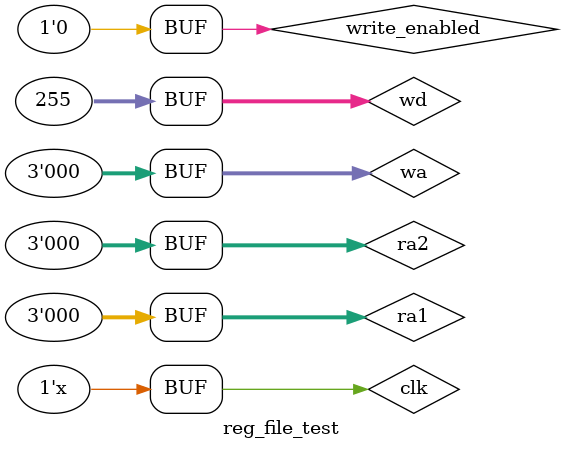
<source format=v>
`timescale 1ns / 1ps

module reg_file_test;

	// Inputs
	reg clk;
	reg write_enabled;
	reg [2:0] ra1;
	reg [2:0] ra2;
	reg [2:0] wa;
	reg [31:0] wd;

	// Outputs
	wire [31:0] rd1;
	wire [31:0] rd2;

	// Instantiate the Unit Under Test (UUT)
	reg_file uut (
		.clk(clk), 
		.write_enabled(write_enabled), 
		.ra1(ra1), 
		.ra2(ra2), 
		.wa(wa), 
		.wd(wd), 
		.rd1(rd1), 
		.rd2(rd2)
	);

	initial begin
		// Initialize Inputs
		clk = 0;
		write_enabled = 0;
		ra1 = 0;
		ra2 = 0;
		wa = 0;
		wd = 0;

		// Wait 100 ns for global reset to finish
		#100;
        
		// Add stimulus here
		write_enabled = 1;
		wa = 3'b000;
		wd = 32'b11111111;
		
		#100
		write_enabled = 0;
		#100
		ra2 = 3'b000;
	end
	
	always
	begin
		#100
		clk = !clk;
	end
      
endmodule


</source>
